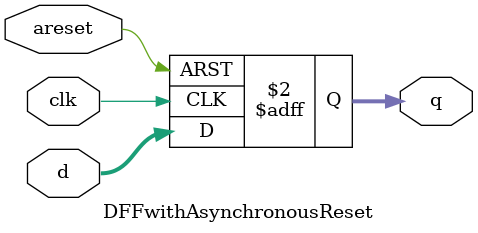
<source format=v>


module DFFwithAsynchronousReset
(
  input clk,
  input areset,
  input [7:0] d,
  output [7:0] q
);


  always @(posedge clk or posedge areset) begin
    if(areset) q <= 0; 
    else q <= d;
  end


endmodule


</source>
